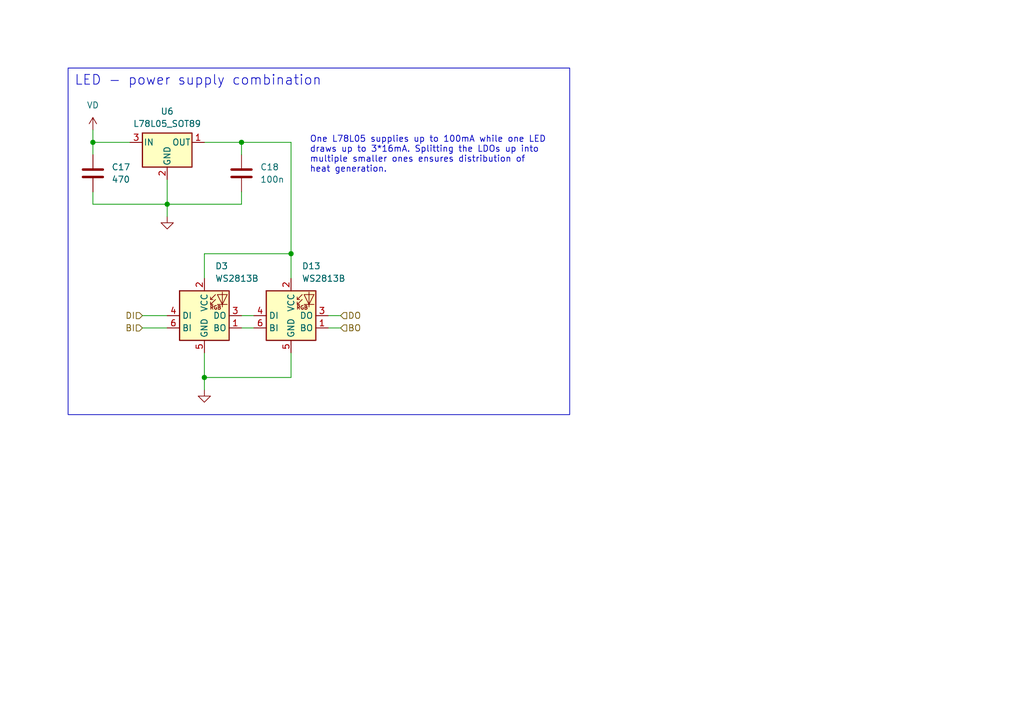
<source format=kicad_sch>
(kicad_sch (version 20230121) (generator eeschema)
  (paper "A5")
  (lib_symbols
    (symbol "Device:C" (pin_numbers hide) (pin_names (offset 0.254))
      (property "Reference" "C" (at 0.635 2.54 0))
      (property "Value" "C" (at 0.635 -2.54 0))
      (symbol "C_0_1"
        (polyline (pts (xy -2.032 -0.762) (xy 2.032 -0.762)) (stroke (width 0.508)))
        (polyline (pts (xy -2.032 0.762) (xy 2.032 0.762)) (stroke (width 0.508)))
      )
      (symbol "C_1_1"
        (pin passive line (at 0 3.81 270) (length 2.794) (name "~") (number "1"))
        (pin passive line (at 0 -3.81 90) (length 2.794) (name "~") (number "2"))
      )
    )
    (symbol "Regulator_Linear:L78L05_SOT89" (pin_names (offset 0.254))
      (property "Reference" "U" (at -3.81 3.175 0))
      (property "Value" "L78L05_SOT89" (at -0.635 3.175 0))
      (symbol "L78L05_SOT89_0_1"
        (rectangle (start -5.08 1.905) (end 5.08 -5.08) (stroke (width 0.254)) (fill (type background)))
      )
      (symbol "L78L05_SOT89_1_1"
        (pin power_out line (at 7.62 0 180) (length 2.54) (name "OUT") (number "1"))
        (pin power_in line (at 0 -7.62 90) (length 2.54) (name "GND") (number "2"))
        (pin power_in line (at -7.62 0 0) (length 2.54) (name "IN") (number "3"))
      )
    )
    (symbol "frodo_fancyfins:WS2813B"
      (property "Reference" "D" (at 6.35 8.89 0))
      (property "Value" "WS2813B" (at 0 0 0))
      (symbol "WS2813B_0_0"
        (text "RGB" (at 2.286 1.651 0) (effects (font (size 0.762 0.762))))
      )
      (symbol "WS2813B_0_1"
        (rectangle (start -5.08 5.08) (end 5.08 -5.08) (stroke (width 0.254)) (fill (type background)))
        (polyline (pts (xy 1.27 2.286) (xy 1.778 2.286)))
        (polyline (pts (xy 1.27 3.302) (xy 1.778 3.302)))
        (polyline (pts (xy 4.699 2.286) (xy 2.667 2.286)))
        (polyline (pts (xy 2.286 3.302) (xy 1.27 2.286) (xy 1.27 2.794)))
        (polyline (pts (xy 2.286 4.318) (xy 1.27 3.302) (xy 1.27 3.81)))
        (polyline (pts (xy 3.683 4.826) (xy 3.683 2.286) (xy 3.683 1.778)))
        (polyline (pts (xy 4.699 4.318) (xy 2.667 4.318) (xy 3.683 2.286) (xy 4.699 4.318)))
      )
      (symbol "WS2813B_1_1"
        (pin output line (at 7.62 -2.54 180) (length 2.54) (name "BO") (number "1"))
        (pin power_in line (at 0 7.62 270) (length 2.54) (name "VCC") (number "2"))
        (pin output line (at 7.62 0 180) (length 2.54) (name "DO") (number "3"))
        (pin input line (at -7.62 0 0) (length 2.54) (name "DI") (number "4"))
        (pin power_in line (at 0 -7.62 90) (length 2.54) (name "GND") (number "5"))
        (pin input line (at -7.62 -2.54 0) (length 2.54) (name "BI") (number "6"))
      )
    )
    (symbol "power:GND" (power) (pin_names (offset 0))
      (property "Value" "GND" (at 0 -3.81 0))
      (symbol "GND_0_1"
        (polyline (pts (xy 0 0) (xy 0 -1.27) (xy 1.27 -1.27) (xy 0 -2.54) (xy -1.27 -1.27) (xy 0 -1.27)))
      )
      (symbol "GND_1_1"
        (pin power_in line (at 0 0 270) (length 0) hide (name "GND") (number "1"))
      )
    )
    (symbol "power:VD" (power) (pin_names (offset 0))
      (property "Value" "VD" (at 0 3.81 0))
      (symbol "VD_0_1"
        (polyline (pts (xy -0.762 1.27) (xy 0 2.54)))
        (polyline (pts (xy 0 0) (xy 0 2.54)))
        (polyline (pts (xy 0 2.54) (xy 0.762 1.27)))
      )
      (symbol "VD_1_1"
        (pin power_in line (at 0 0 90) (length 0) hide (name "VD") (number "1"))
      )
    )
  )
  (junction (at 19.05 29.21))
  (junction (at 49.53 29.21))
  (junction (at 59.69 52.07))
  (junction (at 34.29 41.91))
  (junction (at 41.91 77.47))
  (wire (pts (xy 49.53 64.77) (xy 52.07 64.77)))
  (wire (pts (xy 67.31 64.77) (xy 69.85 64.77)))
  (wire (pts (xy 34.29 41.91) (xy 34.29 44.45)))
  (wire (pts (xy 29.21 64.77) (xy 34.29 64.77)))
  (wire (pts (xy 19.05 29.21) (xy 26.67 29.21)))
  (wire (pts (xy 19.05 26.67) (xy 19.05 29.21)))
  (wire (pts (xy 41.91 29.21) (xy 49.53 29.21)))
  (wire (pts (xy 59.69 72.39) (xy 59.69 77.47)))
  (wire (pts (xy 41.91 57.15) (xy 41.91 52.07)))
  (wire (pts (xy 29.21 67.31) (xy 34.29 67.31)))
  (wire (pts (xy 41.91 72.39) (xy 41.91 77.47)))
  (wire (pts (xy 41.91 77.47) (xy 59.69 77.47)))
  (wire (pts (xy 59.69 29.21) (xy 49.53 29.21)))
  (wire (pts (xy 59.69 52.07) (xy 59.69 29.21)))
  (wire (pts (xy 34.29 41.91) (xy 49.53 41.91)))
  (wire (pts (xy 49.53 67.31) (xy 52.07 67.31)))
  (wire (pts (xy 34.29 36.83) (xy 34.29 41.91)))
  (wire (pts (xy 19.05 39.37) (xy 19.05 41.91)))
  (wire (pts (xy 19.05 41.91) (xy 34.29 41.91)))
  (wire (pts (xy 19.05 31.75) (xy 19.05 29.21)))
  (wire (pts (xy 41.91 77.47) (xy 41.91 80.01)))
  (wire (pts (xy 49.53 29.21) (xy 49.53 31.75)))
  (wire (pts (xy 59.69 52.07) (xy 59.69 57.15)))
  (wire (pts (xy 67.31 67.31) (xy 69.85 67.31)))
  (wire (pts (xy 49.53 41.91) (xy 49.53 39.37)))
  (wire (pts (xy 41.91 52.07) (xy 59.69 52.07)))
  (rectangle (start 13.97 13.97) (end 116.84 85.09))
  (text "LED - power supply combination" (at 15.24 17.78 0) (effects (font (size 2 2)) (justify left bottom)))
  (text "One L78L05 supplies up to 100mA while one LED\ndraws up to 3*16mA. Splitting the LDOs up into\nmultiple smaller ones ensures distribution of\nheat generation." (at 63.5 35.56 0) (effects (font (size 1.27 1.27)) (justify left bottom)))
  (hierarchical_label "DI" (shape input) (at 29.21 64.77 180))
  (hierarchical_label "DO" (shape input) (at 69.85 64.77 0))
  (hierarchical_label "BI" (shape input) (at 29.21 67.31 180))
  (hierarchical_label "BO" (shape input) (at 69.85 67.31 0))
  (symbol (lib_id "Device:C") (at 49.53 35.56 0) (unit 1)
    (property "Reference" "C18" (at 53.34 34.29 0) (effects (justify left)))
    (property "Value" "100n" (at 53.34 36.83 0) (effects (justify left)))
    (property "Footprint" "Capacitor_SMD:C_0402_1005Metric_Pad0.74x0.62mm_HandSolder" (effects hide))
    (property "LCSC#" "C307331" (effects hide))
    (instances (project "frodo_fancyfins" (path "" (reference "C18") (unit 1)) (path "" (reference "C20") (unit 1)) (path "" (reference "C22") (unit 1)) (path "" (reference "C24") (unit 1)) (path "" (reference "C28") (unit 1)) (path "" (reference "C26") (unit 1)) (path "" (reference "C30") (unit 1)) (path "" (reference "C32") (unit 1))))
  )
  (symbol (lib_id "power:GND") (at 41.91 80.01 0) (mirror y) (unit 1)
    (property "Reference" "#PWR030" (effects hide))
    (property "Value" "GND" (effects hide))
    (instances (project "frodo_fancyfins" (path "" (reference "#PWR030") (unit 1)) (path "" (reference "#PWR035") (unit 1)) (path "" (reference "#PWR038") (unit 1)) (path "" (reference "#PWR041") (unit 1)) (path "" (reference "#PWR052") (unit 1)) (path "" (reference "#PWR049") (unit 1)) (path "" (reference "#PWR055") (unit 1)) (path "" (reference "#PWR058") (unit 1))))
  )
  (symbol (lib_id "frodo_fancyfins:WS2813B") (at 41.91 64.77 0) (unit 1)
    (property "Reference" "D3" (at 44.1041 54.61 0) (effects (justify left)))
    (property "Value" "WS2813B" (at 44.1041 57.15 0) (effects (justify left)))
    (property "Footprint" "LED_SMD:LED_WS2812_PLCC6_5.0x5.0mm_P1.6mm" (effects hide))
    (property "LCSC#" "C965558" (effects hide))
    (property "Manufacturer" "Worldsemi" (effects hide))
    (instances (project "frodo_fancyfins" (path "" (reference "D3") (unit 1)) (path "" (reference "D4") (unit 1)) (path "" (reference "D5") (unit 1)) (path "" (reference "D6") (unit 1)) (path "" (reference "D7") (unit 1)) (path "" (reference "D8") (unit 1)) (path "" (reference "D9") (unit 1)) (path "" (reference "D10") (unit 1))))
  )
  (symbol (lib_id "Device:C") (at 19.05 35.56 0) (unit 1)
    (property "Reference" "C17" (at 22.86 34.29 0) (effects (justify left)))
    (property "Value" "470" (at 22.86 36.83 0) (effects (justify left)))
    (property "Footprint" "Capacitor_SMD:C_0603_1608Metric_Pad1.08x0.95mm_HandSolder" (effects hide))
    (property "LCSC#" "C1623" (effects hide))
    (instances (project "frodo_fancyfins" (path "" (reference "C17") (unit 1)) (path "" (reference "C19") (unit 1)) (path "" (reference "C21") (unit 1)) (path "" (reference "C23") (unit 1)) (path "" (reference "C27") (unit 1)) (path "" (reference "C25") (unit 1)) (path "" (reference "C29") (unit 1)) (path "" (reference "C31") (unit 1))))
  )
  (symbol (lib_id "frodo_fancyfins:WS2813B") (at 59.69 64.77 0) (unit 1)
    (property "Reference" "D13" (at 61.8841 54.61 0) (effects (justify left)))
    (property "Value" "WS2813B" (at 61.8841 57.15 0) (effects (justify left)))
    (property "Footprint" "LED_SMD:LED_WS2812_PLCC6_5.0x5.0mm_P1.6mm" (effects hide))
    (property "LCSC#" "C965558" (effects hide))
    (property "Manufacturer" "Worldsemi" (effects hide))
    (instances (project "frodo_fancyfins" (path "" (reference "D13") (unit 1)) (path "" (reference "D14") (unit 1)) (path "" (reference "D15") (unit 1)) (path "" (reference "D16") (unit 1)) (path "" (reference "D17") (unit 1)) (path "" (reference "D18") (unit 1)) (path "" (reference "D19") (unit 1)) (path "" (reference "D20") (unit 1))))
  )
  (symbol (lib_id "Regulator_Linear:L78L05_SOT89") (at 34.29 29.21 0) (unit 1)
    (property "Reference" "U6" (at 34.29 22.86 0))
    (property "Value" "L78L05_SOT89" (at 34.29 25.4 0))
    (property "Footprint" "Package_TO_SOT_SMD:SOT-89-3" (effects hide))
    (property "Datasheet" "http://www.st.com/content/ccc/resource/technical/document/datasheet/15/55/e5/aa/23/5b/43/fd/CD00000446.pdf/files/CD00000446.pdf/jcr:content/translations/en.CD00000446.pdf" (effects hide))
    (property "LCSC#" "C42738" (effects hide))
    (property "Manufacturer" "STMicroelectronics" (effects hide))
    (instances (project "frodo_fancyfins" (path "" (reference "U6") (unit 1)) (path "" (reference "U5") (unit 1)) (path "" (reference "U7") (unit 1)) (path "" (reference "U8") (unit 1)) (path "" (reference "U10") (unit 1)) (path "" (reference "U9") (unit 1)) (path "" (reference "U11") (unit 1)) (path "" (reference "U12") (unit 1))))
  )
  (symbol (lib_id "power:VD") (at 19.05 26.67 0) (unit 1)
    (property "Reference" "#PWR031" (effects hide))
    (property "Value" "VD" (at 19.05 21.59 0))
    (instances (project "frodo_fancyfins" (path "" (reference "#PWR031") (unit 1)) (path "" (reference "#PWR033") (unit 1)) (path "" (reference "#PWR036") (unit 1)) (path "" (reference "#PWR039") (unit 1)) (path "" (reference "#PWR050") (unit 1)) (path "" (reference "#PWR047") (unit 1)) (path "" (reference "#PWR053") (unit 1)) (path "" (reference "#PWR056") (unit 1))))
  )
  (symbol (lib_id "power:GND") (at 34.29 44.45 0) (unit 1)
    (property "Reference" "#PWR032" (effects hide))
    (property "Value" "GND" (effects hide))
    (instances (project "frodo_fancyfins" (path "" (reference "#PWR032") (unit 1)) (path "" (reference "#PWR034") (unit 1)) (path "" (reference "#PWR037") (unit 1)) (path "" (reference "#PWR040") (unit 1)) (path "" (reference "#PWR051") (unit 1)) (path "" (reference "#PWR048") (unit 1)) (path "" (reference "#PWR054") (unit 1)) (path "" (reference "#PWR057") (unit 1))))
  )
)
</source>
